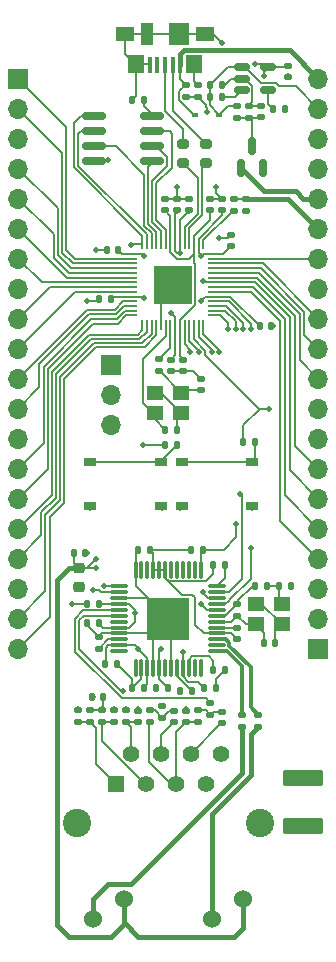
<source format=gbr>
%TF.GenerationSoftware,KiCad,Pcbnew,6.0.2+dfsg-1*%
%TF.CreationDate,2022-12-03T09:23:02-05:00*%
%TF.ProjectId,wiz5500-clone-4layer,77697a35-3530-4302-9d63-6c6f6e652d34,rev?*%
%TF.SameCoordinates,Original*%
%TF.FileFunction,Copper,L1,Top*%
%TF.FilePolarity,Positive*%
%FSLAX46Y46*%
G04 Gerber Fmt 4.6, Leading zero omitted, Abs format (unit mm)*
G04 Created by KiCad (PCBNEW 6.0.2+dfsg-1) date 2022-12-03 09:23:02*
%MOMM*%
%LPD*%
G01*
G04 APERTURE LIST*
G04 Aperture macros list*
%AMRoundRect*
0 Rectangle with rounded corners*
0 $1 Rounding radius*
0 $2 $3 $4 $5 $6 $7 $8 $9 X,Y pos of 4 corners*
0 Add a 4 corners polygon primitive as box body*
4,1,4,$2,$3,$4,$5,$6,$7,$8,$9,$2,$3,0*
0 Add four circle primitives for the rounded corners*
1,1,$1+$1,$2,$3*
1,1,$1+$1,$4,$5*
1,1,$1+$1,$6,$7*
1,1,$1+$1,$8,$9*
0 Add four rect primitives between the rounded corners*
20,1,$1+$1,$2,$3,$4,$5,0*
20,1,$1+$1,$4,$5,$6,$7,0*
20,1,$1+$1,$6,$7,$8,$9,0*
20,1,$1+$1,$8,$9,$2,$3,0*%
G04 Aperture macros list end*
%TA.AperFunction,SMDPad,CuDef*%
%ADD10RoundRect,0.150000X-0.825000X-0.150000X0.825000X-0.150000X0.825000X0.150000X-0.825000X0.150000X0*%
%TD*%
%TA.AperFunction,SMDPad,CuDef*%
%ADD11R,1.000000X0.750000*%
%TD*%
%TA.AperFunction,SMDPad,CuDef*%
%ADD12RoundRect,0.140000X0.170000X-0.140000X0.170000X0.140000X-0.170000X0.140000X-0.170000X-0.140000X0*%
%TD*%
%TA.AperFunction,SMDPad,CuDef*%
%ADD13RoundRect,0.140000X-0.170000X0.140000X-0.170000X-0.140000X0.170000X-0.140000X0.170000X0.140000X0*%
%TD*%
%TA.AperFunction,SMDPad,CuDef*%
%ADD14RoundRect,0.135000X-0.185000X0.135000X-0.185000X-0.135000X0.185000X-0.135000X0.185000X0.135000X0*%
%TD*%
%TA.AperFunction,SMDPad,CuDef*%
%ADD15RoundRect,0.135000X-0.135000X-0.185000X0.135000X-0.185000X0.135000X0.185000X-0.135000X0.185000X0*%
%TD*%
%TA.AperFunction,SMDPad,CuDef*%
%ADD16RoundRect,0.140000X-0.140000X-0.170000X0.140000X-0.170000X0.140000X0.170000X-0.140000X0.170000X0*%
%TD*%
%TA.AperFunction,SMDPad,CuDef*%
%ADD17RoundRect,0.140000X0.140000X0.170000X-0.140000X0.170000X-0.140000X-0.170000X0.140000X-0.170000X0*%
%TD*%
%TA.AperFunction,ComponentPad*%
%ADD18R,1.700000X1.700000*%
%TD*%
%TA.AperFunction,ComponentPad*%
%ADD19O,1.700000X1.700000*%
%TD*%
%TA.AperFunction,SMDPad,CuDef*%
%ADD20RoundRect,0.200000X0.275000X-0.200000X0.275000X0.200000X-0.275000X0.200000X-0.275000X-0.200000X0*%
%TD*%
%TA.AperFunction,SMDPad,CuDef*%
%ADD21RoundRect,0.135000X0.185000X-0.135000X0.185000X0.135000X-0.185000X0.135000X-0.185000X-0.135000X0*%
%TD*%
%TA.AperFunction,SMDPad,CuDef*%
%ADD22RoundRect,0.135000X0.135000X0.185000X-0.135000X0.185000X-0.135000X-0.185000X0.135000X-0.185000X0*%
%TD*%
%TA.AperFunction,SMDPad,CuDef*%
%ADD23R,0.600000X0.450000*%
%TD*%
%TA.AperFunction,SMDPad,CuDef*%
%ADD24R,0.450000X1.380000*%
%TD*%
%TA.AperFunction,SMDPad,CuDef*%
%ADD25R,1.425000X1.550000*%
%TD*%
%TA.AperFunction,SMDPad,CuDef*%
%ADD26R,1.650000X1.300000*%
%TD*%
%TA.AperFunction,SMDPad,CuDef*%
%ADD27R,1.800000X1.900000*%
%TD*%
%TA.AperFunction,SMDPad,CuDef*%
%ADD28R,1.000000X1.900000*%
%TD*%
%TA.AperFunction,SMDPad,CuDef*%
%ADD29RoundRect,0.249999X1.450001X-0.450001X1.450001X0.450001X-1.450001X0.450001X-1.450001X-0.450001X0*%
%TD*%
%TA.AperFunction,SMDPad,CuDef*%
%ADD30R,1.400000X1.200000*%
%TD*%
%TA.AperFunction,ComponentPad*%
%ADD31R,1.408000X1.408000*%
%TD*%
%TA.AperFunction,ComponentPad*%
%ADD32C,1.408000*%
%TD*%
%TA.AperFunction,ComponentPad*%
%ADD33C,1.530000*%
%TD*%
%TA.AperFunction,ComponentPad*%
%ADD34C,2.400000*%
%TD*%
%TA.AperFunction,SMDPad,CuDef*%
%ADD35RoundRect,0.150000X-0.512500X-0.150000X0.512500X-0.150000X0.512500X0.150000X-0.512500X0.150000X0*%
%TD*%
%TA.AperFunction,SMDPad,CuDef*%
%ADD36RoundRect,0.075000X-0.662500X-0.075000X0.662500X-0.075000X0.662500X0.075000X-0.662500X0.075000X0*%
%TD*%
%TA.AperFunction,SMDPad,CuDef*%
%ADD37RoundRect,0.075000X-0.075000X-0.662500X0.075000X-0.662500X0.075000X0.662500X-0.075000X0.662500X0*%
%TD*%
%TA.AperFunction,SMDPad,CuDef*%
%ADD38R,3.600000X3.600000*%
%TD*%
%TA.AperFunction,SMDPad,CuDef*%
%ADD39RoundRect,0.050000X-0.387500X-0.050000X0.387500X-0.050000X0.387500X0.050000X-0.387500X0.050000X0*%
%TD*%
%TA.AperFunction,SMDPad,CuDef*%
%ADD40RoundRect,0.050000X-0.050000X-0.387500X0.050000X-0.387500X0.050000X0.387500X-0.050000X0.387500X0*%
%TD*%
%TA.AperFunction,SMDPad,CuDef*%
%ADD41R,3.200000X3.200000*%
%TD*%
%TA.AperFunction,SMDPad,CuDef*%
%ADD42RoundRect,0.218750X-0.256250X0.218750X-0.256250X-0.218750X0.256250X-0.218750X0.256250X0.218750X0*%
%TD*%
%TA.AperFunction,SMDPad,CuDef*%
%ADD43RoundRect,0.150000X0.150000X-0.587500X0.150000X0.587500X-0.150000X0.587500X-0.150000X-0.587500X0*%
%TD*%
%TA.AperFunction,ViaPad*%
%ADD44C,0.500000*%
%TD*%
%TA.AperFunction,Conductor*%
%ADD45C,0.200000*%
%TD*%
%TA.AperFunction,Conductor*%
%ADD46C,0.400000*%
%TD*%
%TA.AperFunction,Conductor*%
%ADD47C,0.300000*%
%TD*%
G04 APERTURE END LIST*
D10*
%TO.P,U2,1,CS#*%
%TO.N,QSPI_SS_N*%
X36895000Y-76835000D03*
%TO.P,U2,2,SO*%
%TO.N,QSPI_SD1*%
X36895000Y-78105000D03*
%TO.P,U2,3,WP#*%
%TO.N,QSPI_SD2*%
X36895000Y-79375000D03*
%TO.P,U2,4,GND*%
%TO.N,GND*%
X36895000Y-80645000D03*
%TO.P,U2,5,SI*%
%TO.N,QSPI_SD0*%
X41845000Y-80645000D03*
%TO.P,U2,6,SCLK*%
%TO.N,QSPI_SCLK*%
X41845000Y-79375000D03*
%TO.P,U2,7,HOLD#*%
%TO.N,QSPI_SD3*%
X41845000Y-78105000D03*
%TO.P,U2,8,VCC*%
%TO.N,+3V3*%
X41845000Y-76835000D03*
%TD*%
D11*
%TO.P,SW1,1,1*%
%TO.N,Net-(R6-Pad2)*%
X36580500Y-106075000D03*
X42580500Y-106075000D03*
%TO.P,SW1,2,2*%
%TO.N,GND*%
X36580500Y-109825000D03*
X42580500Y-109825000D03*
%TD*%
D12*
%TO.P,C5,1*%
%TO.N,+3V3*%
X43942000Y-84808000D03*
%TO.P,C5,2*%
%TO.N,GND*%
X43942000Y-83848000D03*
%TD*%
%TO.P,C17,1*%
%TO.N,+3V3*%
X49022000Y-121130000D03*
%TO.P,C17,2*%
%TO.N,GND*%
X49022000Y-120170000D03*
%TD*%
D13*
%TO.P,C2,1*%
%TO.N,+1V1*%
X44450000Y-97437000D03*
%TO.P,C2,2*%
%TO.N,GND*%
X44450000Y-98397000D03*
%TD*%
D14*
%TO.P,R4,1*%
%TO.N,XOUT*%
X42418000Y-97407000D03*
%TO.P,R4,2*%
%TO.N,Net-(C27-Pad1)*%
X42418000Y-98427000D03*
%TD*%
D15*
%TO.P,R7,1*%
%TO.N,RUN*%
X49528000Y-104394000D03*
%TO.P,R7,2*%
%TO.N,Net-(R7-Pad2)*%
X50548000Y-104394000D03*
%TD*%
D11*
%TO.P,SW2,1,1*%
%TO.N,Net-(R7-Pad2)*%
X44327500Y-106075000D03*
X50327500Y-106075000D03*
%TO.P,SW2,2,2*%
%TO.N,GND*%
X44327500Y-109825000D03*
X50327500Y-109825000D03*
%TD*%
D15*
%TO.P,R1,1*%
%TO.N,VSYS*%
X46734000Y-75184000D03*
%TO.P,R1,2*%
%TO.N,3V3_EN*%
X47754000Y-75184000D03*
%TD*%
D12*
%TO.P,C11,1*%
%TO.N,+3V3*%
X48514000Y-87856000D03*
%TO.P,C11,2*%
%TO.N,GND*%
X48514000Y-86896000D03*
%TD*%
D16*
%TO.P,C35,1*%
%TO.N,Net-(C35-Pad1)*%
X47018000Y-123698000D03*
%TO.P,C35,2*%
%TO.N,GND*%
X47978000Y-123698000D03*
%TD*%
%TO.P,C12,1*%
%TO.N,VSYS*%
X46764000Y-74168000D03*
%TO.P,C12,2*%
%TO.N,GND*%
X47724000Y-74168000D03*
%TD*%
D12*
%TO.P,C4,1*%
%TO.N,+3V3*%
X47752000Y-84808000D03*
%TO.P,C4,2*%
%TO.N,GND*%
X47752000Y-83848000D03*
%TD*%
D17*
%TO.P,C8,1*%
%TO.N,+3V3*%
X38326000Y-92329000D03*
%TO.P,C8,2*%
%TO.N,GND*%
X37366000Y-92329000D03*
%TD*%
%TO.P,C19,1*%
%TO.N,+3.3VA*%
X37310000Y-118110000D03*
%TO.P,C19,2*%
%TO.N,GND*%
X36350000Y-118110000D03*
%TD*%
D18*
%TO.P,J2,1,Pin_1*%
%TO.N,GPIO0*%
X30480000Y-73660000D03*
D19*
%TO.P,J2,2,Pin_2*%
%TO.N,GPIO1*%
X30480000Y-76200000D03*
%TO.P,J2,3,Pin_3*%
%TO.N,GND*%
X30480000Y-78740000D03*
%TO.P,J2,4,Pin_4*%
%TO.N,GPIO2*%
X30480000Y-81280000D03*
%TO.P,J2,5,Pin_5*%
%TO.N,GPIO3*%
X30480000Y-83820000D03*
%TO.P,J2,6,Pin_6*%
%TO.N,GPIO4*%
X30480000Y-86360000D03*
%TO.P,J2,7,Pin_7*%
%TO.N,GPIO5*%
X30480000Y-88900000D03*
%TO.P,J2,8,Pin_8*%
%TO.N,GND*%
X30480000Y-91440000D03*
%TO.P,J2,9,Pin_9*%
%TO.N,GPIO6*%
X30480000Y-93980000D03*
%TO.P,J2,10,Pin_10*%
%TO.N,GPIO7*%
X30480000Y-96520000D03*
%TO.P,J2,11,Pin_11*%
%TO.N,GPIO8*%
X30480000Y-99060000D03*
%TO.P,J2,12,Pin_12*%
%TO.N,GPIO9*%
X30480000Y-101600000D03*
%TO.P,J2,13,Pin_13*%
%TO.N,GND*%
X30480000Y-104140000D03*
%TO.P,J2,14,Pin_14*%
%TO.N,GPIO10*%
X30480000Y-106680000D03*
%TO.P,J2,15,Pin_15*%
%TO.N,GPIO11*%
X30480000Y-109220000D03*
%TO.P,J2,16,Pin_16*%
%TO.N,GPIO12*%
X30480000Y-111760000D03*
%TO.P,J2,17,Pin_17*%
%TO.N,GPIO13*%
X30480000Y-114300000D03*
%TO.P,J2,18,Pin_18*%
%TO.N,GND*%
X30480000Y-116840000D03*
%TO.P,J2,19,Pin_19*%
%TO.N,GPIO14*%
X30480000Y-119380000D03*
%TO.P,J2,20,Pin_20*%
%TO.N,GPIO15*%
X30480000Y-121920000D03*
%TD*%
D20*
%TO.P,R12,1*%
%TO.N,/RUSB_D_N*%
X46355000Y-80835000D03*
%TO.P,R12,2*%
%TO.N,USB_D_N*%
X46355000Y-79185000D03*
%TD*%
D21*
%TO.P,R14,1*%
%TO.N,Net-(P2-Pad3)*%
X37592000Y-128145000D03*
%TO.P,R14,2*%
%TO.N,+3.3VA*%
X37592000Y-127125000D03*
%TD*%
D12*
%TO.P,C1,1*%
%TO.N,+1V1*%
X46736000Y-84808000D03*
%TO.P,C1,2*%
%TO.N,GND*%
X46736000Y-83848000D03*
%TD*%
D16*
%TO.P,C37,1*%
%TO.N,Net-(C37-Pad1)*%
X52606000Y-116586000D03*
%TO.P,C37,2*%
%TO.N,GND*%
X53566000Y-116586000D03*
%TD*%
D22*
%TO.P,R28,1*%
%TO.N,Net-(C37-Pad1)*%
X51564000Y-116586000D03*
%TO.P,R28,2*%
%TO.N,XO*%
X50544000Y-116586000D03*
%TD*%
D21*
%TO.P,R22,1*%
%TO.N,Net-(C31-Pad2)*%
X42672000Y-127764000D03*
%TO.P,R22,2*%
%TO.N,Net-(R22-Pad2)*%
X42672000Y-126744000D03*
%TD*%
%TO.P,R16,1*%
%TO.N,Net-(P2-Pad1)*%
X36576000Y-128145000D03*
%TO.P,R16,2*%
%TO.N,+3.3VA*%
X36576000Y-127125000D03*
%TD*%
D23*
%TO.P,D1,1,K*%
%TO.N,VSYS*%
X47532000Y-76708000D03*
%TO.P,D1,2,A*%
%TO.N,VBUS*%
X45432000Y-76708000D03*
%TD*%
D24*
%TO.P,P1,1,VBUS*%
%TO.N,VBUS*%
X44226000Y-72510000D03*
%TO.P,P1,2,D-*%
%TO.N,USB_D_N*%
X43576000Y-72510000D03*
%TO.P,P1,3,D+*%
%TO.N,USB_D_P*%
X42926000Y-72510000D03*
%TO.P,P1,4,ID*%
%TO.N,unconnected-(P1-Pad4)*%
X42276000Y-72510000D03*
%TO.P,P1,5,GND*%
%TO.N,GND*%
X41626000Y-72510000D03*
D25*
%TO.P,P1,S1,SHIELD*%
X45413500Y-72425000D03*
%TO.P,P1,S2,SHIELD*%
X40438500Y-72425000D03*
D26*
%TO.P,P1,S3,SHIELD*%
X46301000Y-69850000D03*
D27*
%TO.P,P1,S4,SHIELD*%
X44076000Y-69850000D03*
D28*
%TO.P,P1,S5,SHIELD*%
X41376000Y-69850000D03*
D26*
%TO.P,P1,S6,SHIELD*%
X39551000Y-69850000D03*
%TD*%
D14*
%TO.P,R8,1*%
%TO.N,GND*%
X50038000Y-75944000D03*
%TO.P,R8,2*%
%TO.N,Net-(C28-Pad1)*%
X50038000Y-76964000D03*
%TD*%
D12*
%TO.P,C3,1*%
%TO.N,+1V1*%
X42926000Y-84808000D03*
%TO.P,C3,2*%
%TO.N,GND*%
X42926000Y-83848000D03*
%TD*%
%TO.P,C31,1*%
%TO.N,Net-(C31-Pad1)*%
X43688000Y-128115000D03*
%TO.P,C31,2*%
%TO.N,Net-(C31-Pad2)*%
X43688000Y-127155000D03*
%TD*%
%TO.P,C6,1*%
%TO.N,+3V3*%
X44958000Y-84808000D03*
%TO.P,C6,2*%
%TO.N,GND*%
X44958000Y-83848000D03*
%TD*%
D17*
%TO.P,C23,1*%
%TO.N,+3.3VA*%
X43152000Y-125222000D03*
%TO.P,C23,2*%
%TO.N,GND*%
X42192000Y-125222000D03*
%TD*%
D29*
%TO.P,C29,1*%
%TO.N,GNDPWR*%
X54610000Y-136924000D03*
%TO.P,C29,2*%
%TO.N,GND*%
X54610000Y-132824000D03*
%TD*%
D21*
%TO.P,R17,1*%
%TO.N,Net-(P2-Pad3)*%
X38608000Y-128145000D03*
%TO.P,R17,2*%
%TO.N,Net-(R17-Pad2)*%
X38608000Y-127125000D03*
%TD*%
D30*
%TO.P,Y1,1,1*%
%TO.N,XIN*%
X42080000Y-101942000D03*
%TO.P,Y1,2,2*%
%TO.N,GND*%
X44280000Y-101942000D03*
%TO.P,Y1,3,3*%
%TO.N,Net-(C27-Pad1)*%
X44280000Y-100242000D03*
%TO.P,Y1,4,4*%
%TO.N,GND*%
X42080000Y-100242000D03*
%TD*%
D12*
%TO.P,C32,1*%
%TO.N,Net-(C32-Pad1)*%
X47752000Y-128242000D03*
%TO.P,C32,2*%
%TO.N,Net-(C32-Pad2)*%
X47752000Y-127282000D03*
%TD*%
D18*
%TO.P,J1,1,Pin_1*%
%TO.N,SWCLK*%
X38354000Y-97917000D03*
D19*
%TO.P,J1,2,Pin_2*%
%TO.N,GND*%
X38354000Y-100457000D03*
%TO.P,J1,3,Pin_3*%
%TO.N,SWDIO*%
X38354000Y-102997000D03*
%TD*%
D15*
%TO.P,R11,1*%
%TO.N,+3V3*%
X45083000Y-113538000D03*
%TO.P,R11,2*%
%TO.N,GPIO20*%
X46103000Y-113538000D03*
%TD*%
D31*
%TO.P,P2,1*%
%TO.N,Net-(P2-Pad1)*%
X38735000Y-133350000D03*
D32*
%TO.P,P2,2*%
%TO.N,Net-(C30-Pad1)*%
X40005000Y-130810000D03*
%TO.P,P2,3*%
%TO.N,Net-(P2-Pad3)*%
X41275000Y-133350000D03*
%TO.P,P2,4*%
%TO.N,Net-(C31-Pad1)*%
X42545000Y-130810000D03*
%TO.P,P2,5*%
%TO.N,Net-(C33-Pad1)*%
X43815000Y-133350000D03*
%TO.P,P2,6*%
%TO.N,Net-(C32-Pad1)*%
X45085000Y-130810000D03*
%TO.P,P2,7*%
%TO.N,unconnected-(P2-Pad7)*%
X46355000Y-133350000D03*
%TO.P,P2,8*%
%TO.N,GND*%
X47625000Y-130810000D03*
D33*
%TO.P,P2,9*%
%TO.N,Net-(P2-Pad9)*%
X36855000Y-144780000D03*
%TO.P,P2,10*%
%TO.N,+3V3*%
X39422000Y-143080000D03*
%TO.P,P2,11*%
%TO.N,Net-(P2-Pad11)*%
X46938000Y-144780000D03*
%TO.P,P2,12*%
%TO.N,+3V3*%
X49505000Y-143080000D03*
D34*
%TO.P,P2,SH*%
%TO.N,GNDPWR*%
X50930000Y-136650000D03*
X35430000Y-136650000D03*
%TD*%
D17*
%TO.P,C18,1*%
%TO.N,+3.3VA*%
X37691000Y-125984000D03*
%TO.P,C18,2*%
%TO.N,GND*%
X36731000Y-125984000D03*
%TD*%
D14*
%TO.P,R25,1*%
%TO.N,LINKn*%
X49403000Y-127506000D03*
%TO.P,R25,2*%
%TO.N,Net-(P2-Pad9)*%
X49403000Y-128526000D03*
%TD*%
D21*
%TO.P,R27,1*%
%TO.N,XI*%
X49022000Y-119128000D03*
%TO.P,R27,2*%
%TO.N,XO*%
X49022000Y-118108000D03*
%TD*%
D13*
%TO.P,C9,1*%
%TO.N,+3V3*%
X43434000Y-97437000D03*
%TO.P,C9,2*%
%TO.N,GND*%
X43434000Y-98397000D03*
%TD*%
D17*
%TO.P,C7,1*%
%TO.N,+3V3*%
X38961000Y-88138000D03*
%TO.P,C7,2*%
%TO.N,GND*%
X38001000Y-88138000D03*
%TD*%
D35*
%TO.P,U1,1,IN*%
%TO.N,VSYS*%
X49408500Y-72710000D03*
%TO.P,U1,2,GND*%
%TO.N,GND*%
X49408500Y-73660000D03*
%TO.P,U1,3,EN*%
%TO.N,3V3_EN*%
X49408500Y-74610000D03*
%TO.P,U1,4,BYP*%
%TO.N,Net-(C14-Pad1)*%
X51683500Y-74610000D03*
%TO.P,U1,5,OUT*%
%TO.N,+3V3*%
X51683500Y-72710000D03*
%TD*%
D13*
%TO.P,C13,1*%
%TO.N,+3V3*%
X53340000Y-72545000D03*
%TO.P,C13,2*%
%TO.N,GND*%
X53340000Y-73505000D03*
%TD*%
D12*
%TO.P,C27,1*%
%TO.N,Net-(C27-Pad1)*%
X45974000Y-100048000D03*
%TO.P,C27,2*%
%TO.N,GND*%
X45974000Y-99088000D03*
%TD*%
D16*
%TO.P,C15,1*%
%TO.N,+3V3*%
X35207000Y-113792000D03*
%TO.P,C15,2*%
%TO.N,GND*%
X36167000Y-113792000D03*
%TD*%
D21*
%TO.P,R20,1*%
%TO.N,Net-(P2-Pad1)*%
X35560000Y-128145000D03*
%TO.P,R20,2*%
%TO.N,Net-(R20-Pad2)*%
X35560000Y-127125000D03*
%TD*%
D15*
%TO.P,R18,1*%
%TO.N,+3V3*%
X46988000Y-114808000D03*
%TO.P,R18,2*%
%TO.N,GPIO21*%
X48008000Y-114808000D03*
%TD*%
D30*
%TO.P,Y2,1,1*%
%TO.N,XI*%
X50589000Y-119849000D03*
%TO.P,Y2,2,2*%
%TO.N,GND*%
X52789000Y-119849000D03*
%TO.P,Y2,3,3*%
%TO.N,Net-(C37-Pad1)*%
X52789000Y-118149000D03*
%TO.P,Y2,4,4*%
%TO.N,GND*%
X50589000Y-118149000D03*
%TD*%
D17*
%TO.P,C20,1*%
%TO.N,+3.3VA*%
X37310000Y-119761000D03*
%TO.P,C20,2*%
%TO.N,GND*%
X36350000Y-119761000D03*
%TD*%
D20*
%TO.P,R9,1*%
%TO.N,/RUSB_D_P*%
X44450000Y-80835000D03*
%TO.P,R9,2*%
%TO.N,USB_D_P*%
X44450000Y-79185000D03*
%TD*%
D18*
%TO.P,J3,1,Pin_1*%
%TO.N,GND*%
X55880000Y-121920000D03*
D19*
%TO.P,J3,2,Pin_2*%
X55880000Y-119380000D03*
%TO.P,J3,3,Pin_3*%
X55880000Y-116840000D03*
%TO.P,J3,4,Pin_4*%
%TO.N,GPIO22*%
X55880000Y-114300000D03*
%TO.P,J3,5,Pin_5*%
%TO.N,GPIO23*%
X55880000Y-111760000D03*
%TO.P,J3,6,Pin_6*%
%TO.N,GPIO24*%
X55880000Y-109220000D03*
%TO.P,J3,7,Pin_7*%
%TO.N,GPIO25*%
X55880000Y-106680000D03*
%TO.P,J3,8,Pin_8*%
%TO.N,GND*%
X55880000Y-104140000D03*
%TO.P,J3,9,Pin_9*%
%TO.N,RUN*%
X55880000Y-101600000D03*
%TO.P,J3,10,Pin_10*%
%TO.N,GPIO26{slash}ADC0*%
X55880000Y-99060000D03*
%TO.P,J3,11,Pin_11*%
%TO.N,GPIO27{slash}ADC1*%
X55880000Y-96520000D03*
%TO.P,J3,12,Pin_12*%
%TO.N,GPIO28{slash}ADC2*%
X55880000Y-93980000D03*
%TO.P,J3,13,Pin_13*%
%TO.N,GND*%
X55880000Y-91440000D03*
%TO.P,J3,14,Pin_14*%
%TO.N,GPIO29{slash}ADC3*%
X55880000Y-88900000D03*
%TO.P,J3,15,Pin_15*%
%TO.N,ADC_VREF*%
X55880000Y-86360000D03*
%TO.P,J3,16,Pin_16*%
%TO.N,+3V3*%
X55880000Y-83820000D03*
%TO.P,J3,17,Pin_17*%
%TO.N,3V3_EN*%
X55880000Y-81280000D03*
%TO.P,J3,18,Pin_18*%
%TO.N,GND*%
X55880000Y-78740000D03*
%TO.P,J3,19,Pin_19*%
%TO.N,VSYS*%
X55880000Y-76200000D03*
%TO.P,J3,20,Pin_20*%
%TO.N,VBUS*%
X55880000Y-73660000D03*
%TD*%
D36*
%TO.P,U3,1,TXN*%
%TO.N,Net-(R17-Pad2)*%
X39017500Y-116630000D03*
%TO.P,U3,2,TXP*%
%TO.N,Net-(R20-Pad2)*%
X39017500Y-117130000D03*
%TO.P,U3,3,AGND*%
%TO.N,GND*%
X39017500Y-117630000D03*
%TO.P,U3,4,AVDD*%
%TO.N,+3.3VA*%
X39017500Y-118130000D03*
%TO.P,U3,5,RXN*%
%TO.N,Net-(R21-Pad2)*%
X39017500Y-118630000D03*
%TO.P,U3,6,RXP*%
%TO.N,Net-(R22-Pad2)*%
X39017500Y-119130000D03*
%TO.P,U3,7,DNC*%
%TO.N,unconnected-(U3-Pad7)*%
X39017500Y-119630000D03*
%TO.P,U3,8,AVDD*%
%TO.N,+3.3VA*%
X39017500Y-120130000D03*
%TO.P,U3,9,AGND*%
%TO.N,GND*%
X39017500Y-120630000D03*
%TO.P,U3,10,EXRES1*%
%TO.N,Net-(R26-Pad2)*%
X39017500Y-121130000D03*
%TO.P,U3,11,AVDD*%
%TO.N,+3.3VA*%
X39017500Y-121630000D03*
%TO.P,U3,12,NC*%
%TO.N,unconnected-(U3-Pad12)*%
X39017500Y-122130000D03*
D37*
%TO.P,U3,13,NC*%
%TO.N,unconnected-(U3-Pad13)*%
X40430000Y-123542500D03*
%TO.P,U3,14,AGND*%
%TO.N,GND*%
X40930000Y-123542500D03*
%TO.P,U3,15,AVDD*%
%TO.N,+3.3VA*%
X41430000Y-123542500D03*
%TO.P,U3,16,AGND*%
%TO.N,GND*%
X41930000Y-123542500D03*
%TO.P,U3,17,AVDD*%
%TO.N,+3.3VA*%
X42430000Y-123542500D03*
%TO.P,U3,18,VBG*%
%TO.N,unconnected-(U3-Pad18)*%
X42930000Y-123542500D03*
%TO.P,U3,19,AGND*%
%TO.N,GND*%
X43430000Y-123542500D03*
%TO.P,U3,20,TOCAP*%
%TO.N,Net-(C34-Pad1)*%
X43930000Y-123542500D03*
%TO.P,U3,21,AVDD*%
%TO.N,+3.3VA*%
X44430000Y-123542500D03*
%TO.P,U3,22,1V2O*%
%TO.N,Net-(C35-Pad1)*%
X44930000Y-123542500D03*
%TO.P,U3,23,RSVD*%
%TO.N,unconnected-(U3-Pad23)*%
X45430000Y-123542500D03*
%TO.P,U3,24,SPDLED*%
%TO.N,unconnected-(U3-Pad24)*%
X45930000Y-123542500D03*
D36*
%TO.P,U3,25,LINKLED*%
%TO.N,LINKn*%
X47342500Y-122130000D03*
%TO.P,U3,26,DUPLED*%
%TO.N,unconnected-(U3-Pad26)*%
X47342500Y-121630000D03*
%TO.P,U3,27,ACTLED*%
%TO.N,ACTn*%
X47342500Y-121130000D03*
%TO.P,U3,28,VDD*%
%TO.N,+3V3*%
X47342500Y-120630000D03*
%TO.P,U3,29,GND*%
%TO.N,GND*%
X47342500Y-120130000D03*
%TO.P,U3,30,XI/CLKIN*%
%TO.N,XI*%
X47342500Y-119630000D03*
%TO.P,U3,31,XO*%
%TO.N,XO*%
X47342500Y-119130000D03*
%TO.P,U3,32,SCSn*%
%TO.N,GPIO17*%
X47342500Y-118630000D03*
%TO.P,U3,33,SCLK*%
%TO.N,GPIO18*%
X47342500Y-118130000D03*
%TO.P,U3,34,MISO*%
%TO.N,GPIO16*%
X47342500Y-117630000D03*
%TO.P,U3,35,MOSI*%
%TO.N,GPIO19*%
X47342500Y-117130000D03*
%TO.P,U3,36,INTn*%
%TO.N,GPIO21*%
X47342500Y-116630000D03*
D37*
%TO.P,U3,37,RSTn*%
%TO.N,GPIO20*%
X45930000Y-115217500D03*
%TO.P,U3,38,RSVD*%
%TO.N,unconnected-(U3-Pad38)*%
X45430000Y-115217500D03*
%TO.P,U3,39,RSVD*%
%TO.N,unconnected-(U3-Pad39)*%
X44930000Y-115217500D03*
%TO.P,U3,40,RSVD*%
%TO.N,unconnected-(U3-Pad40)*%
X44430000Y-115217500D03*
%TO.P,U3,41,RSVD*%
%TO.N,unconnected-(U3-Pad41)*%
X43930000Y-115217500D03*
%TO.P,U3,42,RSVD*%
%TO.N,unconnected-(U3-Pad42)*%
X43430000Y-115217500D03*
%TO.P,U3,43,PMODE2*%
%TO.N,+3V3*%
X42930000Y-115217500D03*
%TO.P,U3,44,PMODE1*%
X42430000Y-115217500D03*
%TO.P,U3,45,PMODE0*%
X41930000Y-115217500D03*
%TO.P,U3,46,NC*%
%TO.N,unconnected-(U3-Pad46)*%
X41430000Y-115217500D03*
%TO.P,U3,47,NC*%
%TO.N,unconnected-(U3-Pad47)*%
X40930000Y-115217500D03*
%TO.P,U3,48,AGND*%
%TO.N,GND*%
X40430000Y-115217500D03*
D38*
%TO.P,U3,49,GND*%
X43180000Y-119380000D03*
%TD*%
D15*
%TO.P,R6,1*%
%TO.N,QSPI_SS_N*%
X42924000Y-104648000D03*
%TO.P,R6,2*%
%TO.N,Net-(R6-Pad2)*%
X43944000Y-104648000D03*
%TD*%
D14*
%TO.P,R2,1*%
%TO.N,VBUS*%
X44704000Y-74166000D03*
%TO.P,R2,2*%
%TO.N,GPIO24*%
X44704000Y-75186000D03*
%TD*%
D12*
%TO.P,C28,1*%
%TO.N,Net-(C28-Pad1)*%
X51054000Y-76934000D03*
%TO.P,C28,2*%
%TO.N,GND*%
X51054000Y-75974000D03*
%TD*%
D17*
%TO.P,C34,1*%
%TO.N,Net-(C34-Pad1)*%
X45184000Y-125476000D03*
%TO.P,C34,2*%
%TO.N,GND*%
X44224000Y-125476000D03*
%TD*%
D21*
%TO.P,R21,1*%
%TO.N,Net-(C32-Pad2)*%
X46736000Y-127510000D03*
%TO.P,R21,2*%
%TO.N,Net-(R21-Pad2)*%
X46736000Y-126490000D03*
%TD*%
%TO.P,R10,1*%
%TO.N,Net-(C30-Pad1)*%
X39624000Y-128145000D03*
%TO.P,R10,2*%
%TO.N,+3.3VA*%
X39624000Y-127125000D03*
%TD*%
%TO.P,R15,1*%
%TO.N,Net-(R15-Pad1)*%
X48768000Y-84838000D03*
%TO.P,R15,2*%
%TO.N,ADC_VREF*%
X48768000Y-83818000D03*
%TD*%
D16*
%TO.P,C14,1*%
%TO.N,Net-(C14-Pad1)*%
X52098000Y-76200000D03*
%TO.P,C14,2*%
%TO.N,GND*%
X53058000Y-76200000D03*
%TD*%
D14*
%TO.P,R26,1*%
%TO.N,GND*%
X37338000Y-120902000D03*
%TO.P,R26,2*%
%TO.N,Net-(R26-Pad2)*%
X37338000Y-121922000D03*
%TD*%
%TO.P,R13,1*%
%TO.N,ADC_VREF*%
X49784000Y-83818000D03*
%TO.P,R13,2*%
%TO.N,+3V3*%
X49784000Y-84838000D03*
%TD*%
D21*
%TO.P,R3,1*%
%TO.N,GPIO24*%
X45720000Y-75186000D03*
%TO.P,R3,2*%
%TO.N,GND*%
X45720000Y-74166000D03*
%TD*%
D17*
%TO.P,C25,1*%
%TO.N,+3V3*%
X41120000Y-75438000D03*
%TO.P,C25,2*%
%TO.N,GND*%
X40160000Y-75438000D03*
%TD*%
D39*
%TO.P,U4,1,IOVDD*%
%TO.N,+3V3*%
X40142500Y-88500000D03*
%TO.P,U4,2,GPIO0*%
%TO.N,GPIO0*%
X40142500Y-88900000D03*
%TO.P,U4,3,GPIO1*%
%TO.N,GPIO1*%
X40142500Y-89300000D03*
%TO.P,U4,4,GPIO2*%
%TO.N,GPIO2*%
X40142500Y-89700000D03*
%TO.P,U4,5,GPIO3*%
%TO.N,GPIO3*%
X40142500Y-90100000D03*
%TO.P,U4,6,GPIO4*%
%TO.N,GPIO4*%
X40142500Y-90500000D03*
%TO.P,U4,7,GPIO5*%
%TO.N,GPIO5*%
X40142500Y-90900000D03*
%TO.P,U4,8,GPIO6*%
%TO.N,GPIO6*%
X40142500Y-91300000D03*
%TO.P,U4,9,GPIO7*%
%TO.N,GPIO7*%
X40142500Y-91700000D03*
%TO.P,U4,10,IOVDD*%
%TO.N,+3V3*%
X40142500Y-92100000D03*
%TO.P,U4,11,GPIO8*%
%TO.N,GPIO8*%
X40142500Y-92500000D03*
%TO.P,U4,12,GPIO9*%
%TO.N,GPIO9*%
X40142500Y-92900000D03*
%TO.P,U4,13,GPIO10*%
%TO.N,GPIO10*%
X40142500Y-93300000D03*
%TO.P,U4,14,GPIO11*%
%TO.N,GPIO11*%
X40142500Y-93700000D03*
D40*
%TO.P,U4,15,GPIO12*%
%TO.N,GPIO12*%
X40980000Y-94537500D03*
%TO.P,U4,16,GPIO13*%
%TO.N,GPIO13*%
X41380000Y-94537500D03*
%TO.P,U4,17,GPIO14*%
%TO.N,GPIO14*%
X41780000Y-94537500D03*
%TO.P,U4,18,GPIO15*%
%TO.N,GPIO15*%
X42180000Y-94537500D03*
%TO.P,U4,19,TESTEN*%
%TO.N,GND*%
X42580000Y-94537500D03*
%TO.P,U4,20,XIN*%
%TO.N,XIN*%
X42980000Y-94537500D03*
%TO.P,U4,21,XOUT*%
%TO.N,XOUT*%
X43380000Y-94537500D03*
%TO.P,U4,22,IOVDD*%
%TO.N,+3V3*%
X43780000Y-94537500D03*
%TO.P,U4,23,DVDD*%
%TO.N,+1V1*%
X44180000Y-94537500D03*
%TO.P,U4,24,SWCLK*%
%TO.N,SWCLK*%
X44580000Y-94537500D03*
%TO.P,U4,25,SWDIO*%
%TO.N,SWDIO*%
X44980000Y-94537500D03*
%TO.P,U4,26,RUN*%
%TO.N,RUN*%
X45380000Y-94537500D03*
%TO.P,U4,27,GPIO16*%
%TO.N,GPIO16*%
X45780000Y-94537500D03*
%TO.P,U4,28,GPIO17*%
%TO.N,GPIO17*%
X46180000Y-94537500D03*
D39*
%TO.P,U4,29,GPIO18*%
%TO.N,GPIO18*%
X47017500Y-93700000D03*
%TO.P,U4,30,GPIO19*%
%TO.N,GPIO19*%
X47017500Y-93300000D03*
%TO.P,U4,31,GPIO20*%
%TO.N,GPIO20*%
X47017500Y-92900000D03*
%TO.P,U4,32,GPIO21*%
%TO.N,GPIO21*%
X47017500Y-92500000D03*
%TO.P,U4,33,IOVDD*%
%TO.N,+3V3*%
X47017500Y-92100000D03*
%TO.P,U4,34,GPIO22*%
%TO.N,GPIO22*%
X47017500Y-91700000D03*
%TO.P,U4,35,GPIO23*%
%TO.N,GPIO23*%
X47017500Y-91300000D03*
%TO.P,U4,36,GPIO24*%
%TO.N,GPIO24*%
X47017500Y-90900000D03*
%TO.P,U4,37,GPIO25*%
%TO.N,GPIO25*%
X47017500Y-90500000D03*
%TO.P,U4,38,GPIO26/ADC0*%
%TO.N,GPIO26{slash}ADC0*%
X47017500Y-90100000D03*
%TO.P,U4,39,GPIO27/ADC1*%
%TO.N,GPIO27{slash}ADC1*%
X47017500Y-89700000D03*
%TO.P,U4,40,GPIO28/ADC2*%
%TO.N,GPIO28{slash}ADC2*%
X47017500Y-89300000D03*
%TO.P,U4,41,GPIO29/ADC3*%
%TO.N,GPIO29{slash}ADC3*%
X47017500Y-88900000D03*
%TO.P,U4,42,IOVDD*%
%TO.N,+3V3*%
X47017500Y-88500000D03*
D40*
%TO.P,U4,43,ADC_AVDD*%
%TO.N,Net-(R15-Pad1)*%
X46180000Y-87662500D03*
%TO.P,U4,44,VREG_VIN*%
%TO.N,+3V3*%
X45780000Y-87662500D03*
%TO.P,U4,45,VREG_VOUT*%
%TO.N,+1V1*%
X45380000Y-87662500D03*
%TO.P,U4,46,USB_DM*%
%TO.N,/RUSB_D_N*%
X44980000Y-87662500D03*
%TO.P,U4,47,USB_DP*%
%TO.N,/RUSB_D_P*%
X44580000Y-87662500D03*
%TO.P,U4,48,USB_VDD*%
%TO.N,+3V3*%
X44180000Y-87662500D03*
%TO.P,U4,49,IOVDD*%
X43780000Y-87662500D03*
%TO.P,U4,50,DVDD*%
%TO.N,+1V1*%
X43380000Y-87662500D03*
%TO.P,U4,51,QSPI_SD3*%
%TO.N,QSPI_SD3*%
X42980000Y-87662500D03*
%TO.P,U4,52,QSPI_SCLK*%
%TO.N,QSPI_SCLK*%
X42580000Y-87662500D03*
%TO.P,U4,53,QSPI_SD0*%
%TO.N,QSPI_SD0*%
X42180000Y-87662500D03*
%TO.P,U4,54,QSPI_SD2*%
%TO.N,QSPI_SD2*%
X41780000Y-87662500D03*
%TO.P,U4,55,QSPI_SD1*%
%TO.N,QSPI_SD1*%
X41380000Y-87662500D03*
%TO.P,U4,56,QSPI_SS_N*%
%TO.N,QSPI_SS_N*%
X40980000Y-87662500D03*
D41*
%TO.P,U4,57,GND*%
%TO.N,GND*%
X43580000Y-91100000D03*
%TD*%
D16*
%TO.P,C26,1*%
%TO.N,XIN*%
X42954000Y-103378000D03*
%TO.P,C26,2*%
%TO.N,GND*%
X43914000Y-103378000D03*
%TD*%
D12*
%TO.P,C30,1*%
%TO.N,Net-(C30-Pad1)*%
X40640000Y-128115000D03*
%TO.P,C30,2*%
%TO.N,GND*%
X40640000Y-127155000D03*
%TD*%
%TO.P,C33,1*%
%TO.N,Net-(C33-Pad1)*%
X44704000Y-128115000D03*
%TO.P,C33,2*%
%TO.N,GND*%
X44704000Y-127155000D03*
%TD*%
D42*
%TO.P,L1,1,1*%
%TO.N,+3V3*%
X35670348Y-115101664D03*
%TO.P,L1,2,2*%
%TO.N,+3.3VA*%
X35670348Y-116676664D03*
%TD*%
D16*
%TO.P,C10,1*%
%TO.N,+3V3*%
X50955000Y-94615000D03*
%TO.P,C10,2*%
%TO.N,GND*%
X51915000Y-94615000D03*
%TD*%
D17*
%TO.P,C22,1*%
%TO.N,+3.3VA*%
X41120000Y-125222000D03*
%TO.P,C22,2*%
%TO.N,GND*%
X40160000Y-125222000D03*
%TD*%
D43*
%TO.P,Q1,1,G*%
%TO.N,+3V3*%
X49342000Y-81201500D03*
%TO.P,Q1,2,S*%
%TO.N,GPIO29{slash}ADC3*%
X51242000Y-81201500D03*
%TO.P,Q1,3,D*%
%TO.N,Net-(C28-Pad1)*%
X50292000Y-79326500D03*
%TD*%
D21*
%TO.P,R24,1*%
%TO.N,Net-(C33-Pad1)*%
X41656000Y-128145000D03*
%TO.P,R24,2*%
%TO.N,Net-(C31-Pad2)*%
X41656000Y-127125000D03*
%TD*%
D16*
%TO.P,C24,1*%
%TO.N,+3.3VA*%
X46256000Y-125222000D03*
%TO.P,C24,2*%
%TO.N,GND*%
X47216000Y-125222000D03*
%TD*%
D14*
%TO.P,R5,1*%
%TO.N,VSYS*%
X49022000Y-75944000D03*
%TO.P,R5,2*%
%TO.N,Net-(C28-Pad1)*%
X49022000Y-76964000D03*
%TD*%
D16*
%TO.P,C21,1*%
%TO.N,+3.3VA*%
X37874000Y-123190000D03*
%TO.P,C21,2*%
%TO.N,GND*%
X38834000Y-123190000D03*
%TD*%
%TO.P,C36,1*%
%TO.N,XI*%
X51300000Y-121412000D03*
%TO.P,C36,2*%
%TO.N,GND*%
X52260000Y-121412000D03*
%TD*%
D21*
%TO.P,R23,1*%
%TO.N,Net-(C33-Pad1)*%
X45720000Y-128145000D03*
%TO.P,R23,2*%
%TO.N,Net-(C32-Pad2)*%
X45720000Y-127125000D03*
%TD*%
D14*
%TO.P,R19,1*%
%TO.N,ACTn*%
X50800000Y-127506000D03*
%TO.P,R19,2*%
%TO.N,Net-(P2-Pad11)*%
X50800000Y-128526000D03*
%TD*%
D17*
%TO.P,C16,1*%
%TO.N,+3V3*%
X41628000Y-113538000D03*
%TO.P,C16,2*%
%TO.N,GND*%
X40668000Y-113538000D03*
%TD*%
D44*
%TO.N,GND*%
X44196000Y-109982000D03*
X52070000Y-94615000D03*
X53975000Y-132588000D03*
X50292000Y-109982000D03*
X53086000Y-76200000D03*
X36322000Y-92456000D03*
X35052000Y-118110000D03*
X43580000Y-91100000D03*
X47498000Y-87122000D03*
X44704000Y-89916000D03*
X50589000Y-118149000D03*
X36830000Y-125984000D03*
X43434000Y-119888000D03*
X44450000Y-98397000D03*
X42672000Y-119888000D03*
X44704000Y-92202000D03*
X42080000Y-100242000D03*
X42164000Y-125222000D03*
X51054000Y-75974000D03*
X43434000Y-118872000D03*
X42418000Y-89916000D03*
X54610000Y-132588000D03*
X53594000Y-116586000D03*
X41910000Y-119888000D03*
X52789000Y-119849000D03*
X47244000Y-82804000D03*
X55245000Y-132588000D03*
X44196000Y-118110000D03*
X44704000Y-127000000D03*
X41402000Y-70358000D03*
X53340000Y-73406000D03*
X55880000Y-132588000D03*
X42418000Y-92202000D03*
X44196000Y-118872000D03*
X43434000Y-120650000D03*
X42672000Y-118872000D03*
X40394750Y-72381250D03*
X47752000Y-70612000D03*
X45413500Y-72425000D03*
X49022000Y-120170000D03*
X43434000Y-118110000D03*
X44196000Y-120650000D03*
X40640000Y-127000000D03*
X53340000Y-132588000D03*
X41910000Y-120650000D03*
X42672000Y-118110000D03*
X41910000Y-118872000D03*
X44196000Y-119888000D03*
X44196000Y-125476000D03*
X44280000Y-101942000D03*
X36576000Y-109982000D03*
X43942000Y-82804000D03*
X38862000Y-123190000D03*
X42672000Y-120650000D03*
X37084000Y-88138000D03*
X42672000Y-109982000D03*
X38100000Y-80518000D03*
X39551000Y-70177000D03*
X41910000Y-118110000D03*
X48006000Y-123698000D03*
X43942000Y-70358000D03*
X36322000Y-113792000D03*
%TO.N,+3V3*%
X35560000Y-115062000D03*
X45974000Y-92456000D03*
X43928000Y-84822000D03*
X44196000Y-88392000D03*
X41995000Y-76835000D03*
X45974000Y-88646000D03*
X50546000Y-72390000D03*
X49784000Y-84836000D03*
X44944000Y-84822000D03*
X37084000Y-114300000D03*
X41656000Y-113538000D03*
X49276000Y-81534000D03*
X43434000Y-93472000D03*
X51308000Y-73406000D03*
X37084000Y-115062000D03*
X51683500Y-72710000D03*
X47752000Y-84808000D03*
X49276000Y-80772000D03*
X41148000Y-88646000D03*
X41148000Y-92202000D03*
X43434000Y-97437000D03*
%TO.N,+3.3VA*%
X40640000Y-121920000D03*
X39624000Y-127000000D03*
X37592000Y-127000000D03*
X35560000Y-116586000D03*
X44450000Y-122174000D03*
X40386000Y-118872000D03*
X42545000Y-121920000D03*
%TO.N,GNDPWR*%
X53975000Y-137160000D03*
X55880000Y-137160000D03*
X55245000Y-137160000D03*
X54610000Y-137160000D03*
X53340000Y-137160000D03*
%TO.N,SWCLK*%
X45080000Y-96800000D03*
%TO.N,SWDIO*%
X45777858Y-96827131D03*
%TO.N,GPIO29{slash}ADC3*%
X51308000Y-81534000D03*
%TO.N,3V3_EN*%
X49408500Y-74610000D03*
%TO.N,GPIO24*%
X46101000Y-90805000D03*
X46482000Y-76454000D03*
%TO.N,QSPI_SS_N*%
X41021000Y-104648000D03*
X40005000Y-87757000D03*
%TO.N,RUN*%
X51689000Y-101600000D03*
%TO.N,GPIO20*%
X48917981Y-111379000D03*
X49559006Y-94869000D03*
%TO.N,Net-(R17-Pad2)*%
X38608000Y-127000000D03*
X37719000Y-116580500D03*
%TO.N,GPIO21*%
X48006000Y-114808000D03*
X50208509Y-94869000D03*
%TO.N,Net-(R20-Pad2)*%
X35560000Y-127000000D03*
X36830011Y-116980755D03*
%TO.N,Net-(R22-Pad2)*%
X42672000Y-126746000D03*
X39370000Y-125476000D03*
%TO.N,GPIO17*%
X45974000Y-118110000D03*
X47529503Y-96800000D03*
%TO.N,GPIO18*%
X50165000Y-113411000D03*
X48260000Y-94869000D03*
%TO.N,GPIO16*%
X46155500Y-117094000D03*
X46880000Y-96800000D03*
%TO.N,GPIO19*%
X48909503Y-94869000D03*
X49276000Y-108839000D03*
%TD*%
D45*
%TO.N,+1V1*%
X44180000Y-94076415D02*
X44180000Y-94537500D01*
X43380000Y-87662500D02*
X43380000Y-88338000D01*
X45380000Y-87662500D02*
X45380000Y-86954000D01*
X45429511Y-89250489D02*
X45429511Y-92826904D01*
X45380000Y-89250489D02*
X45429511Y-89250489D01*
X45380000Y-87662500D02*
X45380000Y-89250489D01*
X45380000Y-86954000D02*
X46736000Y-85598000D01*
X45380000Y-88478000D02*
X45380000Y-87662500D01*
X45429511Y-92826904D02*
X44180000Y-94076415D01*
X43380000Y-88338000D02*
X43942000Y-88900000D01*
X46736000Y-85598000D02*
X46736000Y-84808000D01*
X44180000Y-94537500D02*
X44180000Y-97167000D01*
X44180000Y-97167000D02*
X44450000Y-97437000D01*
X44958000Y-88900000D02*
X45380000Y-88478000D01*
X43380000Y-85262000D02*
X43380000Y-87662500D01*
X42926000Y-84808000D02*
X43380000Y-85262000D01*
X43942000Y-88900000D02*
X44958000Y-88900000D01*
%TO.N,GND*%
X48006000Y-74168000D02*
X48514000Y-73660000D01*
X46301000Y-69850000D02*
X46990000Y-69850000D01*
X39551000Y-71537500D02*
X40394750Y-72381250D01*
X42580000Y-92100000D02*
X43580000Y-91100000D01*
X43430000Y-123542500D02*
X43430000Y-119630000D01*
X50589000Y-118149000D02*
X51089000Y-118149000D01*
X45283000Y-98397000D02*
X45974000Y-99088000D01*
X50038000Y-75944000D02*
X51024000Y-75944000D01*
X44958000Y-83848000D02*
X43942000Y-83848000D01*
X39017500Y-120630000D02*
X41930000Y-120630000D01*
X36872000Y-80518000D02*
X36745000Y-80645000D01*
X42580000Y-94537500D02*
X42580000Y-92100000D01*
X36322000Y-92456000D02*
X37239000Y-92456000D01*
X43914000Y-102308000D02*
X44280000Y-101942000D01*
X44076000Y-69850000D02*
X41376000Y-69850000D01*
X36350000Y-119914000D02*
X37338000Y-120902000D01*
X43434000Y-98397000D02*
X44450000Y-98397000D01*
X40430000Y-115217500D02*
X40430000Y-116630000D01*
X41430000Y-117630000D02*
X43180000Y-119380000D01*
X47498000Y-87122000D02*
X48288000Y-87122000D01*
X51089000Y-118149000D02*
X52789000Y-119849000D01*
X37084000Y-88138000D02*
X38001000Y-88138000D01*
X47342500Y-120130000D02*
X48982000Y-120130000D01*
X45413500Y-73859500D02*
X45720000Y-74166000D01*
X42080000Y-100242000D02*
X42580000Y-100242000D01*
X38100000Y-80518000D02*
X36872000Y-80518000D01*
X41541000Y-72425000D02*
X41626000Y-72510000D01*
X40394750Y-72381250D02*
X40438500Y-72425000D01*
X41930000Y-123542500D02*
X41930000Y-120630000D01*
X47216000Y-124460000D02*
X47978000Y-123698000D01*
X49686006Y-73660000D02*
X50320520Y-74294514D01*
X47244000Y-83340000D02*
X47752000Y-83848000D01*
X47216000Y-125222000D02*
X47216000Y-124460000D01*
X39017500Y-117630000D02*
X41430000Y-117630000D01*
X43430000Y-119630000D02*
X43180000Y-119380000D01*
X48288000Y-87122000D02*
X48514000Y-86896000D01*
X37610000Y-120630000D02*
X37338000Y-120902000D01*
X40430000Y-116630000D02*
X43180000Y-119380000D01*
X39551000Y-69850000D02*
X39551000Y-70177000D01*
X43914000Y-103378000D02*
X43914000Y-102308000D01*
X46990000Y-69850000D02*
X47752000Y-70612000D01*
X40160000Y-124516000D02*
X38834000Y-123190000D01*
X48982000Y-120130000D02*
X49022000Y-120170000D01*
X47724000Y-74168000D02*
X48006000Y-74168000D01*
X40438500Y-72425000D02*
X41541000Y-72425000D01*
X41376000Y-69850000D02*
X39551000Y-69850000D01*
X39551000Y-70177000D02*
X39551000Y-71537500D01*
X42926000Y-83848000D02*
X43942000Y-83848000D01*
X40430000Y-115217500D02*
X40430000Y-113776000D01*
X37239000Y-92456000D02*
X37366000Y-92329000D01*
X49408500Y-73660000D02*
X49686006Y-73660000D01*
X45413500Y-72425000D02*
X45413500Y-73859500D01*
X40160000Y-125222000D02*
X40160000Y-124516000D01*
X40930000Y-124452000D02*
X40160000Y-125222000D01*
X36350000Y-119761000D02*
X36350000Y-119914000D01*
X48514000Y-73660000D02*
X49408500Y-73660000D01*
X50320520Y-74294514D02*
X50320520Y-75661480D01*
X43942000Y-82804000D02*
X43942000Y-83848000D01*
X39017500Y-120630000D02*
X37610000Y-120630000D01*
X40438500Y-75159500D02*
X40438500Y-72425000D01*
X46301000Y-69850000D02*
X44076000Y-69850000D01*
X42580000Y-100242000D02*
X44280000Y-101942000D01*
X51024000Y-75944000D02*
X51054000Y-75974000D01*
X40930000Y-123542500D02*
X40930000Y-124452000D01*
X41930000Y-120630000D02*
X43180000Y-119380000D01*
X36350000Y-118110000D02*
X35052000Y-118110000D01*
X47244000Y-82804000D02*
X47244000Y-83340000D01*
X46736000Y-83848000D02*
X47752000Y-83848000D01*
X44450000Y-98397000D02*
X45283000Y-98397000D01*
X52260000Y-120378000D02*
X52789000Y-119849000D01*
X50320520Y-75661480D02*
X50038000Y-75944000D01*
X40430000Y-113776000D02*
X40668000Y-113538000D01*
X52260000Y-121412000D02*
X52260000Y-120378000D01*
X40160000Y-75438000D02*
X40438500Y-75159500D01*
%TO.N,+3V3*%
X40142500Y-92100000D02*
X38555000Y-92100000D01*
X50546000Y-72390000D02*
X51363500Y-72390000D01*
X45780000Y-87201415D02*
X47752000Y-85229415D01*
D46*
X33782000Y-145288000D02*
X34798000Y-146304000D01*
X48768000Y-146304000D02*
X49505000Y-145567000D01*
D45*
X43780000Y-84970000D02*
X43928000Y-84822000D01*
X46355480Y-116204520D02*
X46988000Y-115572000D01*
X48522000Y-120630000D02*
X49022000Y-121130000D01*
X43780000Y-97091000D02*
X43434000Y-97437000D01*
X46120000Y-88500000D02*
X45974000Y-88646000D01*
X41656000Y-113538000D02*
X45083000Y-113538000D01*
X38555000Y-92100000D02*
X38326000Y-92329000D01*
X45780000Y-87662500D02*
X45780000Y-88452000D01*
D46*
X40640000Y-146304000D02*
X48768000Y-146304000D01*
D45*
X37084000Y-114300000D02*
X36282336Y-115101664D01*
X44196000Y-88392000D02*
X43942000Y-88392000D01*
X47017500Y-92100000D02*
X48440000Y-92100000D01*
X45229511Y-117330489D02*
X45466000Y-117566978D01*
X44180000Y-87662500D02*
X44180000Y-85586000D01*
X41120000Y-75960000D02*
X41995000Y-76835000D01*
X43780000Y-94537500D02*
X43780000Y-97091000D01*
X47017500Y-88500000D02*
X47870000Y-88500000D01*
X47752000Y-85229415D02*
X47752000Y-84808000D01*
X43780000Y-93818000D02*
X43434000Y-93472000D01*
D46*
X38354000Y-146304000D02*
X39422000Y-145236000D01*
D45*
X44944000Y-84822000D02*
X44958000Y-84808000D01*
X51308000Y-73085500D02*
X51683500Y-72710000D01*
D46*
X34798000Y-146304000D02*
X38354000Y-146304000D01*
D45*
X42930000Y-115217500D02*
X42930000Y-115913940D01*
X41628000Y-113538000D02*
X41656000Y-113538000D01*
X44196000Y-88392000D02*
X44196000Y-88139585D01*
X43942000Y-88392000D02*
X43780000Y-88230000D01*
X51363500Y-72390000D02*
X51683500Y-72710000D01*
X46208000Y-120630000D02*
X47342500Y-120630000D01*
X41120000Y-75438000D02*
X41120000Y-75960000D01*
X44180000Y-85586000D02*
X44944000Y-84822000D01*
X35207000Y-113792000D02*
X35207000Y-114638316D01*
X46330000Y-92100000D02*
X45974000Y-92456000D01*
X40142500Y-88500000D02*
X41002000Y-88500000D01*
X42430000Y-115217500D02*
X42930000Y-115217500D01*
D46*
X49505000Y-145567000D02*
X49505000Y-143080000D01*
X54610000Y-83820000D02*
X55880000Y-83820000D01*
D45*
X40142500Y-92100000D02*
X41046000Y-92100000D01*
X43220580Y-116204520D02*
X46355480Y-116204520D01*
X37084000Y-115062000D02*
X35710012Y-115062000D01*
D46*
X33782000Y-116078000D02*
X33782000Y-145288000D01*
D45*
X43780000Y-87662500D02*
X43780000Y-84970000D01*
X45780000Y-88452000D02*
X45974000Y-88646000D01*
D46*
X49342000Y-81201500D02*
X51325500Y-83185000D01*
D45*
X45466000Y-117566978D02*
X45466000Y-119888000D01*
X35207000Y-114638316D02*
X35670348Y-115101664D01*
X51308000Y-73406000D02*
X51308000Y-73085500D01*
D46*
X51325500Y-83185000D02*
X53975000Y-83185000D01*
D45*
X41002000Y-88500000D02*
X41148000Y-88646000D01*
X36282336Y-115101664D02*
X35670348Y-115101664D01*
X44180000Y-88123585D02*
X44180000Y-87662500D01*
X44196000Y-88139585D02*
X44180000Y-88123585D01*
D46*
X35670348Y-115101664D02*
X34758336Y-115101664D01*
D45*
X43928000Y-84822000D02*
X43942000Y-84808000D01*
X39323000Y-88500000D02*
X38961000Y-88138000D01*
X41930000Y-113840000D02*
X41628000Y-113538000D01*
X45466000Y-119888000D02*
X46208000Y-120630000D01*
X44346549Y-117330489D02*
X45229511Y-117330489D01*
X53175000Y-72710000D02*
X53340000Y-72545000D01*
X41046000Y-92100000D02*
X41148000Y-92202000D01*
X43780000Y-88230000D02*
X43780000Y-87662500D01*
X47017500Y-88500000D02*
X46120000Y-88500000D01*
X43780000Y-94537500D02*
X43780000Y-93818000D01*
X40142500Y-88500000D02*
X39323000Y-88500000D01*
X47870000Y-88500000D02*
X48514000Y-87856000D01*
X47017500Y-92100000D02*
X46330000Y-92100000D01*
X47342500Y-120630000D02*
X48522000Y-120630000D01*
D46*
X39422000Y-143080000D02*
X39422000Y-145086000D01*
D45*
X42930000Y-115913940D02*
X43220580Y-116204520D01*
D46*
X39422000Y-145236000D02*
X39422000Y-143080000D01*
D45*
X42930000Y-115913940D02*
X44346549Y-117330489D01*
X41930000Y-115217500D02*
X41930000Y-113840000D01*
X45780000Y-87662500D02*
X45780000Y-87201415D01*
X48440000Y-92100000D02*
X50955000Y-94615000D01*
X46988000Y-115572000D02*
X46988000Y-114808000D01*
X51683500Y-72710000D02*
X53175000Y-72710000D01*
D46*
X34758336Y-115101664D02*
X33782000Y-116078000D01*
D45*
X35710012Y-115062000D02*
X35670348Y-115101664D01*
D46*
X39422000Y-145086000D02*
X40640000Y-146304000D01*
D45*
X41930000Y-115217500D02*
X42430000Y-115217500D01*
D46*
X53975000Y-83185000D02*
X54610000Y-83820000D01*
D45*
%TO.N,VSYS*%
X52361486Y-74060480D02*
X52596006Y-74295000D01*
X52596006Y-74295000D02*
X53975000Y-74295000D01*
X46736000Y-75912000D02*
X47532000Y-76708000D01*
X49408500Y-72710000D02*
X49723000Y-72710000D01*
X48226994Y-72710000D02*
X46736000Y-74200994D01*
X53975000Y-74295000D02*
X55880000Y-76200000D01*
X48296000Y-75944000D02*
X49022000Y-75944000D01*
X47532000Y-76708000D02*
X48296000Y-75944000D01*
X46736000Y-74200994D02*
X46736000Y-75912000D01*
X49723000Y-72710000D02*
X51073480Y-74060480D01*
X49408500Y-72710000D02*
X48226994Y-72710000D01*
X51073480Y-74060480D02*
X52361486Y-74060480D01*
%TO.N,Net-(C14-Pad1)*%
X51683500Y-75785500D02*
X51683500Y-74610000D01*
X52098000Y-76200000D02*
X51683500Y-75785500D01*
%TO.N,+3.3VA*%
X40640000Y-121920000D02*
X40350000Y-121630000D01*
X37310000Y-118110000D02*
X38997500Y-118110000D01*
X41430000Y-123542500D02*
X41430000Y-124912000D01*
X42430000Y-123542500D02*
X42430000Y-122035000D01*
X37907520Y-123156480D02*
X37874000Y-123190000D01*
X39017500Y-118130000D02*
X39898000Y-118130000D01*
X45748000Y-124714000D02*
X46256000Y-125222000D01*
X44430000Y-123542500D02*
X44430000Y-124238940D01*
X37691000Y-127026000D02*
X37592000Y-127125000D01*
X42430000Y-123542500D02*
X42430000Y-124500000D01*
X37907520Y-121858480D02*
X37907520Y-123156480D01*
X38136000Y-121630000D02*
X37907520Y-121858480D01*
X44430000Y-123542500D02*
X44430000Y-122194000D01*
X36576000Y-127125000D02*
X37592000Y-127125000D01*
X41430000Y-122710000D02*
X40640000Y-121920000D01*
X41430000Y-124912000D02*
X41120000Y-125222000D01*
X44905060Y-124714000D02*
X45748000Y-124714000D01*
X41430000Y-123542500D02*
X41430000Y-122710000D01*
X39017500Y-121630000D02*
X38136000Y-121630000D01*
X42430000Y-124500000D02*
X43152000Y-125222000D01*
X39017500Y-120130000D02*
X39890000Y-120130000D01*
X37691000Y-125984000D02*
X37691000Y-127026000D01*
X44430000Y-124238940D02*
X44905060Y-124714000D01*
X39890000Y-120130000D02*
X40386000Y-119634000D01*
X40386000Y-119634000D02*
X40386000Y-118872000D01*
X37679000Y-120130000D02*
X37310000Y-119761000D01*
X39017500Y-120130000D02*
X37679000Y-120130000D01*
X38997500Y-118110000D02*
X39017500Y-118130000D01*
X39898000Y-118130000D02*
X40386000Y-118618000D01*
X40386000Y-118618000D02*
X40386000Y-118872000D01*
X44430000Y-122194000D02*
X44450000Y-122174000D01*
X42430000Y-122035000D02*
X42545000Y-121920000D01*
X40350000Y-121630000D02*
X39017500Y-121630000D01*
%TO.N,XIN*%
X41080489Y-97349511D02*
X41080489Y-101141511D01*
X41080489Y-101141511D02*
X41880978Y-101942000D01*
X42080000Y-101942000D02*
X42080000Y-102504000D01*
X42980000Y-95450000D02*
X41080489Y-97349511D01*
X42980000Y-94537500D02*
X42980000Y-95450000D01*
X41880978Y-101942000D02*
X42080000Y-101942000D01*
X42080000Y-102504000D02*
X42954000Y-103378000D01*
%TO.N,Net-(C27-Pad1)*%
X42418000Y-98427000D02*
X42465000Y-98427000D01*
X42465000Y-98427000D02*
X44280000Y-100242000D01*
X44474000Y-100048000D02*
X44280000Y-100242000D01*
X45974000Y-100048000D02*
X44474000Y-100048000D01*
%TO.N,Net-(C28-Pad1)*%
X50038000Y-76964000D02*
X51024000Y-76964000D01*
X50292000Y-77218000D02*
X50038000Y-76964000D01*
X51024000Y-76964000D02*
X51054000Y-76934000D01*
X50292000Y-79326500D02*
X50292000Y-77218000D01*
X49022000Y-76964000D02*
X50038000Y-76964000D01*
%TO.N,Net-(C30-Pad1)*%
X40005000Y-130810000D02*
X40005000Y-128526000D01*
X39624000Y-128145000D02*
X40610000Y-128145000D01*
X40005000Y-128526000D02*
X39624000Y-128145000D01*
X40610000Y-128145000D02*
X40640000Y-128115000D01*
%TO.N,Net-(C31-Pad1)*%
X42545000Y-130810000D02*
X42545000Y-129258000D01*
X42545000Y-129258000D02*
X43688000Y-128115000D01*
%TO.N,Net-(C31-Pad2)*%
X42033000Y-127125000D02*
X42672000Y-127764000D01*
X43281000Y-127155000D02*
X42672000Y-127764000D01*
X41656000Y-127125000D02*
X42033000Y-127125000D01*
X43688000Y-127155000D02*
X43281000Y-127155000D01*
%TO.N,Net-(C32-Pad1)*%
X47752000Y-128242000D02*
X47653000Y-128242000D01*
X47653000Y-128242000D02*
X45085000Y-130810000D01*
%TO.N,Net-(C32-Pad2)*%
X46351000Y-127125000D02*
X46736000Y-127510000D01*
X47752000Y-127282000D02*
X46964000Y-127282000D01*
X45720000Y-127125000D02*
X46351000Y-127125000D01*
X46964000Y-127282000D02*
X46736000Y-127510000D01*
%TO.N,Net-(C33-Pad1)*%
X45720000Y-128145000D02*
X44734000Y-128145000D01*
X41591489Y-131507489D02*
X43434000Y-133350000D01*
X43815000Y-129004000D02*
X43815000Y-133350000D01*
X41591489Y-128209511D02*
X41591489Y-131507489D01*
X44704000Y-128115000D02*
X43815000Y-129004000D01*
X43434000Y-133350000D02*
X43815000Y-133350000D01*
X44734000Y-128145000D02*
X44704000Y-128115000D01*
X41656000Y-128145000D02*
X41591489Y-128209511D01*
%TO.N,Net-(C34-Pad1)*%
X43930000Y-123542500D02*
X43930000Y-124238940D01*
X45167060Y-125476000D02*
X45184000Y-125476000D01*
X43930000Y-124238940D02*
X45167060Y-125476000D01*
%TO.N,Net-(C35-Pad1)*%
X45220580Y-122555480D02*
X46609480Y-122555480D01*
X46609480Y-122555480D02*
X47018000Y-122964000D01*
X47018000Y-122964000D02*
X47018000Y-123698000D01*
X44930000Y-122846060D02*
X45220580Y-122555480D01*
X44930000Y-123542500D02*
X44930000Y-122846060D01*
%TO.N,XI*%
X49743000Y-119849000D02*
X49022000Y-119128000D01*
X51300000Y-120560000D02*
X50589000Y-119849000D01*
X47342500Y-119630000D02*
X48520000Y-119630000D01*
X48520000Y-119630000D02*
X49022000Y-119128000D01*
X50589000Y-119849000D02*
X49743000Y-119849000D01*
X51300000Y-121412000D02*
X51300000Y-120560000D01*
%TO.N,Net-(C37-Pad1)*%
X52606000Y-116586000D02*
X52606000Y-117966000D01*
X51564000Y-116586000D02*
X52606000Y-116586000D01*
X52606000Y-117966000D02*
X52789000Y-118149000D01*
%TO.N,VBUS*%
X44134480Y-74735520D02*
X44134480Y-75485480D01*
X45357000Y-76708000D02*
X45432000Y-76708000D01*
X44704000Y-74166000D02*
X44134480Y-74735520D01*
D46*
X44226000Y-71525978D02*
X44504978Y-71247000D01*
D45*
X44226000Y-72256000D02*
X44226000Y-73688000D01*
D46*
X44504978Y-71247000D02*
X53467000Y-71247000D01*
X53467000Y-71247000D02*
X55880000Y-73660000D01*
D45*
X44226000Y-73688000D02*
X44704000Y-74166000D01*
D46*
X44226000Y-72510000D02*
X44226000Y-71525978D01*
D45*
X44134480Y-75485480D02*
X45357000Y-76708000D01*
%TO.N,SWCLK*%
X44579520Y-94537980D02*
X44579520Y-96099520D01*
X44579520Y-96099520D02*
X45080000Y-96600000D01*
X44580000Y-94537500D02*
X44579520Y-94537980D01*
X45080000Y-96600000D02*
X45080000Y-96800000D01*
%TO.N,SWDIO*%
X45777858Y-96697858D02*
X44980000Y-95900000D01*
X44980000Y-95900000D02*
X44980000Y-94537500D01*
X45777858Y-96827131D02*
X45777858Y-96697858D01*
%TO.N,USB_D_N*%
X43576000Y-76406000D02*
X46355000Y-79185000D01*
X43576000Y-72510000D02*
X43576000Y-76406000D01*
%TO.N,USB_D_P*%
X42926000Y-76375994D02*
X44450000Y-77899994D01*
X44450000Y-77899994D02*
X44450000Y-79185000D01*
X42926000Y-72510000D02*
X42926000Y-76375994D01*
%TO.N,Net-(P2-Pad1)*%
X35560000Y-128145000D02*
X36576000Y-128145000D01*
X37084000Y-131699000D02*
X38735000Y-133350000D01*
X36576000Y-128145000D02*
X37084000Y-128653000D01*
X37084000Y-128653000D02*
X37084000Y-131699000D01*
%TO.N,Net-(P2-Pad3)*%
X41196531Y-133350000D02*
X41275000Y-133350000D01*
X37592000Y-128145000D02*
X37592000Y-129745469D01*
X38608000Y-128145000D02*
X37592000Y-128145000D01*
X37592000Y-129745469D02*
X41196531Y-133350000D01*
D46*
%TO.N,Net-(P2-Pad9)*%
X49403000Y-132475425D02*
X40019425Y-141859000D01*
X40019425Y-141859000D02*
X38100000Y-141859000D01*
X49403000Y-128526000D02*
X49403000Y-132475425D01*
X38100000Y-141859000D02*
X36855000Y-143104000D01*
X36855000Y-143104000D02*
X36855000Y-144780000D01*
%TO.N,Net-(P2-Pad11)*%
X46870479Y-144712479D02*
X46938000Y-144780000D01*
X46870479Y-135882521D02*
X46870479Y-144712479D01*
X50800000Y-128526000D02*
X50165000Y-129161000D01*
X50165000Y-129161000D02*
X50165000Y-132588000D01*
X50165000Y-132588000D02*
X46870479Y-135882521D01*
D45*
%TO.N,GPIO29{slash}ADC3*%
X55880000Y-88900000D02*
X47017500Y-88900000D01*
%TO.N,3V3_EN*%
X47754000Y-75184000D02*
X48834500Y-75184000D01*
X48834500Y-75184000D02*
X49408500Y-74610000D01*
%TO.N,GPIO24*%
X46386480Y-76056775D02*
X46482000Y-76152295D01*
X53467000Y-106807000D02*
X55880000Y-109220000D01*
X47017500Y-90900000D02*
X50539976Y-90900000D01*
X46386480Y-75852480D02*
X46386480Y-76056775D01*
X50539976Y-90900000D02*
X53467000Y-93827024D01*
X46482000Y-76152295D02*
X46482000Y-76454000D01*
X47017500Y-90900000D02*
X46196000Y-90900000D01*
X44704000Y-75186000D02*
X45720000Y-75186000D01*
X45720000Y-75186000D02*
X46386480Y-75852480D01*
X46196000Y-90900000D02*
X46101000Y-90805000D01*
X53467000Y-93827024D02*
X53467000Y-106807000D01*
%TO.N,XOUT*%
X43380000Y-96445000D02*
X42418000Y-97407000D01*
X43380000Y-94537500D02*
X43380000Y-96445000D01*
%TO.N,QSPI_SS_N*%
X40980000Y-86940296D02*
X35210480Y-81170776D01*
X35814000Y-76835000D02*
X36745000Y-76835000D01*
X40005000Y-87757000D02*
X40099500Y-87662500D01*
X40980000Y-87662500D02*
X40980000Y-86940296D01*
X40099500Y-87662500D02*
X40980000Y-87662500D01*
X35210480Y-77438520D02*
X35814000Y-76835000D01*
X35210480Y-81170776D02*
X35210480Y-77438520D01*
X42924000Y-104648000D02*
X41021000Y-104648000D01*
%TO.N,Net-(R6-Pad2)*%
X36580500Y-106075000D02*
X42580500Y-106075000D01*
X42580500Y-106075000D02*
X42580500Y-106011500D01*
X42580500Y-106011500D02*
X43944000Y-104648000D01*
%TO.N,RUN*%
X50902873Y-101600000D02*
X46330489Y-97027616D01*
X50927000Y-101600000D02*
X49528000Y-102999000D01*
X46330489Y-96673362D02*
X45379520Y-95722393D01*
X45379520Y-95722393D02*
X45379520Y-94537980D01*
X45379520Y-94537980D02*
X45380000Y-94537500D01*
X51689000Y-101600000D02*
X50927000Y-101600000D01*
X51689000Y-101600000D02*
X50902873Y-101600000D01*
X46330489Y-97027616D02*
X46330489Y-96673362D01*
X49528000Y-102999000D02*
X49528000Y-104394000D01*
%TO.N,Net-(R7-Pad2)*%
X50327500Y-106075000D02*
X50548000Y-105854500D01*
X50548000Y-105854500D02*
X50548000Y-104394000D01*
X44327500Y-106075000D02*
X50327500Y-106075000D01*
%TO.N,/RUSB_D_P*%
X44580000Y-87662500D02*
X44580000Y-86230000D01*
X45720000Y-82105000D02*
X44450000Y-80835000D01*
X45720000Y-85090000D02*
X45720000Y-82105000D01*
X44580000Y-86230000D02*
X45720000Y-85090000D01*
%TO.N,GPIO20*%
X45930000Y-113711000D02*
X45930000Y-115217500D01*
X47879000Y-113538000D02*
X46103000Y-113538000D01*
X48917981Y-111379000D02*
X48917981Y-112499019D01*
X49559006Y-94869000D02*
X49559006Y-94357834D01*
X46103000Y-113538000D02*
X45930000Y-113711000D01*
X49559006Y-94357834D02*
X48101172Y-92900000D01*
X48101172Y-92900000D02*
X47017500Y-92900000D01*
X48917981Y-112499019D02*
X47879000Y-113538000D01*
%TO.N,/RUSB_D_N*%
X46069519Y-85234777D02*
X46069519Y-81120481D01*
X44980000Y-86324296D02*
X46069519Y-85234777D01*
X44980000Y-87662500D02*
X44980000Y-86324296D01*
X46069519Y-81120481D02*
X46355000Y-80835000D01*
%TO.N,ADC_VREF*%
X48768000Y-83818000D02*
X49784000Y-83818000D01*
D46*
X49784000Y-83818000D02*
X53338000Y-83818000D01*
X53338000Y-83818000D02*
X55880000Y-86360000D01*
D45*
%TO.N,Net-(R15-Pad1)*%
X46180000Y-87295711D02*
X48637711Y-84838000D01*
X46180000Y-87662500D02*
X46180000Y-87295711D01*
X48637711Y-84838000D02*
X48768000Y-84838000D01*
%TO.N,Net-(R17-Pad2)*%
X37719000Y-116580500D02*
X37768500Y-116630000D01*
X37768500Y-116630000D02*
X39017500Y-116630000D01*
%TO.N,GPIO21*%
X48304000Y-92500000D02*
X47017500Y-92500000D01*
X48006000Y-114808000D02*
X48006000Y-115966500D01*
X48006000Y-115966500D02*
X47342500Y-116630000D01*
X50208509Y-94404509D02*
X48304000Y-92500000D01*
X50208509Y-94869000D02*
X50208509Y-94404509D01*
D47*
%TO.N,ACTn*%
X48109651Y-121130000D02*
X48379520Y-121399869D01*
X50165000Y-123506782D02*
X50165000Y-126871000D01*
X48379520Y-121721302D02*
X50165000Y-123506782D01*
X50165000Y-126871000D02*
X50800000Y-127506000D01*
X47342500Y-121130000D02*
X48109651Y-121130000D01*
X48379520Y-121399869D02*
X48379520Y-121721302D01*
D45*
%TO.N,Net-(R20-Pad2)*%
X36830011Y-116980755D02*
X37342128Y-116980755D01*
X37491373Y-117130000D02*
X39017500Y-117130000D01*
X37342128Y-116980755D02*
X37491373Y-117130000D01*
%TO.N,Net-(R21-Pad2)*%
X36016480Y-118669520D02*
X38977980Y-118669520D01*
X46357000Y-126111000D02*
X39243000Y-126111000D01*
X38977980Y-118669520D02*
X39017500Y-118630000D01*
X39243000Y-126111000D02*
X35306000Y-122174000D01*
X35306000Y-119380000D02*
X36016480Y-118669520D01*
X35306000Y-122174000D02*
X35306000Y-119380000D01*
X46736000Y-126490000D02*
X46357000Y-126111000D01*
%TO.N,Net-(R22-Pad2)*%
X35655520Y-121958514D02*
X35655520Y-119524776D01*
X39173006Y-125476000D02*
X35655520Y-121958514D01*
X36050296Y-119130000D02*
X39017500Y-119130000D01*
X39370000Y-125476000D02*
X39173006Y-125476000D01*
X35655520Y-119524776D02*
X36050296Y-119130000D01*
D47*
%TO.N,LINKn*%
X47342500Y-122130000D02*
X48152500Y-122130000D01*
X48152500Y-122130000D02*
X49403000Y-123380500D01*
X49403000Y-123380500D02*
X49403000Y-127506000D01*
D45*
%TO.N,Net-(R26-Pad2)*%
X39017500Y-121130000D02*
X38130000Y-121130000D01*
X38130000Y-121130000D02*
X37338000Y-121922000D01*
%TO.N,XO*%
X49022000Y-117916978D02*
X50352978Y-116586000D01*
X48038940Y-119130000D02*
X49022000Y-118146940D01*
X47342500Y-119130000D02*
X48038940Y-119130000D01*
X49022000Y-118146940D02*
X49022000Y-118108000D01*
X50352978Y-116586000D02*
X50544000Y-116586000D01*
X49022000Y-118108000D02*
X49022000Y-117916978D01*
%TO.N,QSPI_SD1*%
X35560000Y-78359000D02*
X35560000Y-81026000D01*
X35560000Y-81026000D02*
X41380000Y-86846000D01*
X36745000Y-78105000D02*
X35814000Y-78105000D01*
X41380000Y-86846000D02*
X41380000Y-87662500D01*
X35814000Y-78105000D02*
X35560000Y-78359000D01*
%TO.N,QSPI_SD2*%
X38735000Y-79375000D02*
X41148000Y-81788000D01*
X41780000Y-86738000D02*
X41780000Y-87662500D01*
X41148000Y-86106000D02*
X41780000Y-86738000D01*
X36745000Y-79375000D02*
X36554283Y-79375000D01*
X41148000Y-81788000D02*
X41148000Y-86106000D01*
X36745000Y-79375000D02*
X38735000Y-79375000D01*
%TO.N,QSPI_SD0*%
X41995000Y-80645000D02*
X41497520Y-81142480D01*
X41497520Y-85961224D02*
X42180000Y-86643704D01*
X42180000Y-86643704D02*
X42180000Y-87662500D01*
X41497520Y-81142480D02*
X41497520Y-85961224D01*
%TO.N,QSPI_SCLK*%
X43119520Y-80308803D02*
X43119520Y-81086480D01*
X43119520Y-81086480D02*
X41847040Y-82358960D01*
X41847040Y-85816448D02*
X42580000Y-86549409D01*
X41995000Y-79375000D02*
X42185717Y-79375000D01*
X42185717Y-79375000D02*
X43119520Y-80308803D01*
X41847040Y-82358960D02*
X41847040Y-85816448D01*
X42580000Y-86549409D02*
X42580000Y-87662500D01*
%TO.N,QSPI_SD3*%
X43519040Y-81181256D02*
X42196560Y-82503736D01*
X43307000Y-78105000D02*
X43519040Y-78317040D01*
X42196560Y-85651116D02*
X42980000Y-86434556D01*
X43519040Y-78317040D02*
X43519040Y-81181256D01*
X41995000Y-78105000D02*
X43307000Y-78105000D01*
X42196560Y-82503736D02*
X42196560Y-85651116D01*
X42980000Y-86434556D02*
X42980000Y-87662500D01*
%TO.N,GPIO17*%
X47529503Y-96800000D02*
X47529503Y-96649503D01*
X45974000Y-118110000D02*
X46494000Y-118630000D01*
X46180000Y-95300000D02*
X46180000Y-94537500D01*
X46494000Y-118630000D02*
X47342500Y-118630000D01*
X47529503Y-96649503D02*
X46180000Y-95300000D01*
%TO.N,GPIO18*%
X50165000Y-115994775D02*
X48329520Y-117830255D01*
X48329520Y-117830255D02*
X48329520Y-117839420D01*
X50165000Y-113411000D02*
X50165000Y-115994775D01*
X48260000Y-94361000D02*
X47599000Y-93700000D01*
X47599000Y-93700000D02*
X47017500Y-93700000D01*
X48260000Y-94869000D02*
X48260000Y-94361000D01*
X48329520Y-117839420D02*
X48038940Y-118130000D01*
X48038940Y-118130000D02*
X47342500Y-118130000D01*
%TO.N,GPIO16*%
X46155500Y-117094000D02*
X46155500Y-117210151D01*
X45780000Y-95500000D02*
X46880000Y-96600000D01*
X46155500Y-117210151D02*
X46575349Y-117630000D01*
X46880000Y-96600000D02*
X46880000Y-96800000D01*
X46575349Y-117630000D02*
X47342500Y-117630000D01*
X45780000Y-94537500D02*
X45780000Y-95500000D01*
%TO.N,GPIO19*%
X49467492Y-109030492D02*
X49467492Y-116013508D01*
X48909503Y-94202626D02*
X48006397Y-93299520D01*
X49276000Y-108839000D02*
X49467492Y-109030492D01*
X48006397Y-93299520D02*
X47017980Y-93299520D01*
X47017980Y-93299520D02*
X47017500Y-93300000D01*
X48909503Y-94869000D02*
X48909503Y-94202626D01*
X48351000Y-117130000D02*
X47342500Y-117130000D01*
X49467492Y-116013508D02*
X48351000Y-117130000D01*
%TO.N,GPIO0*%
X40142500Y-88900000D02*
X35280024Y-88900000D01*
X35280024Y-88900000D02*
X34544000Y-88163976D01*
X34544000Y-77724000D02*
X30480000Y-73660000D01*
X34544000Y-88163976D02*
X34544000Y-77724000D01*
%TO.N,GPIO1*%
X39040024Y-89300000D02*
X39039544Y-89300480D01*
X40142500Y-89300000D02*
X39040024Y-89300000D01*
X39039544Y-89300480D02*
X35115498Y-89300480D01*
X34194480Y-88379462D02*
X34194480Y-79914480D01*
X35115498Y-89300480D02*
X34194480Y-88379462D01*
X34194480Y-79914480D02*
X30480000Y-76200000D01*
%TO.N,GPIO2*%
X33844960Y-88594948D02*
X33844960Y-84644960D01*
X33844960Y-84644960D02*
X30480000Y-81280000D01*
X40142500Y-89700000D02*
X34950012Y-89700000D01*
X34950012Y-89700000D02*
X33844960Y-88594948D01*
%TO.N,GPIO3*%
X40142500Y-90100000D02*
X38380000Y-90100000D01*
X38379040Y-90100960D02*
X34785966Y-90100960D01*
X33495440Y-88810434D02*
X33495440Y-86835440D01*
X38380000Y-90100000D02*
X38379040Y-90100960D01*
X34785966Y-90100960D02*
X33495440Y-88810434D01*
X33495440Y-86835440D02*
X30480000Y-83820000D01*
%TO.N,GPIO4*%
X38544526Y-90500480D02*
X34620480Y-90500480D01*
X34620480Y-90500480D02*
X30480000Y-86360000D01*
X38545006Y-90500000D02*
X38544526Y-90500480D01*
X40142500Y-90500000D02*
X38545006Y-90500000D01*
%TO.N,GPIO5*%
X32480000Y-90900000D02*
X30480000Y-88900000D01*
X40142500Y-90900000D02*
X32480000Y-90900000D01*
%TO.N,GPIO6*%
X33160000Y-91300000D02*
X30480000Y-93980000D01*
X40142500Y-91300000D02*
X33160000Y-91300000D01*
%TO.N,GPIO7*%
X35300000Y-91700000D02*
X30480000Y-96520000D01*
X40142500Y-91700000D02*
X35300000Y-91700000D01*
%TO.N,GPIO8*%
X40142500Y-92500000D02*
X39367112Y-92500000D01*
X36340000Y-93200000D02*
X30480000Y-99060000D01*
X39367112Y-92500000D02*
X38667112Y-93200000D01*
X38667112Y-93200000D02*
X36340000Y-93200000D01*
%TO.N,GPIO9*%
X39461408Y-92900000D02*
X38761888Y-93599520D01*
X32285479Y-99794521D02*
X30480000Y-101600000D01*
X40142500Y-92900000D02*
X39461408Y-92900000D01*
X36505486Y-93599520D02*
X32285479Y-97819527D01*
X32285479Y-97819527D02*
X32285479Y-99794521D01*
X38761888Y-93599520D02*
X36505486Y-93599520D01*
%TO.N,GPIO10*%
X32634999Y-104525001D02*
X30480000Y-106680000D01*
X39555704Y-93300000D02*
X38856664Y-93999040D01*
X38856664Y-93999040D02*
X36670972Y-93999040D01*
X32634999Y-98035013D02*
X32634999Y-104525001D01*
X40142500Y-93300000D02*
X39555704Y-93300000D01*
X36670972Y-93999040D02*
X32634999Y-98035013D01*
%TO.N,GPIO11*%
X36836458Y-94398560D02*
X32984519Y-98250499D01*
X39650000Y-93700000D02*
X38951440Y-94398560D01*
X32984519Y-98250499D02*
X32984519Y-106715481D01*
X40142500Y-93700000D02*
X39650000Y-93700000D01*
X32984519Y-106715481D02*
X30480000Y-109220000D01*
X38951440Y-94398560D02*
X36836458Y-94398560D01*
%TO.N,GPIO12*%
X40980000Y-94537500D02*
X40980000Y-94974999D01*
X40980000Y-94974999D02*
X40610559Y-95344440D01*
X36455584Y-95344440D02*
X33334039Y-98465985D01*
X33334039Y-108905961D02*
X30480000Y-111760000D01*
X40610559Y-95344440D02*
X36455584Y-95344440D01*
X33334039Y-98465985D02*
X33334039Y-108905961D01*
%TO.N,GPIO13*%
X32447961Y-112332039D02*
X30480000Y-114300000D01*
X33683559Y-109121447D02*
X32447961Y-110357045D01*
X33683559Y-98681471D02*
X33683559Y-109121447D01*
X36671070Y-95693960D02*
X33683559Y-98681471D01*
X32447961Y-110357045D02*
X32447961Y-112332039D01*
X40755335Y-95693960D02*
X36671070Y-95693960D01*
X41380000Y-95069295D02*
X40755335Y-95693960D01*
X41380000Y-94537500D02*
X41380000Y-95069295D01*
%TO.N,GPIO14*%
X32797480Y-117062520D02*
X30480000Y-119380000D01*
X36886556Y-96043480D02*
X34033079Y-98896957D01*
X41780000Y-94537500D02*
X41780000Y-95234301D01*
X34033079Y-98896957D02*
X34033079Y-109336933D01*
X41780000Y-95234301D02*
X40970821Y-96043480D01*
X40970821Y-96043480D02*
X36886556Y-96043480D01*
X34033079Y-109336933D02*
X32797481Y-110572531D01*
X32797481Y-110572531D02*
X32797480Y-117062520D01*
%TO.N,GPIO15*%
X34382599Y-109552419D02*
X33147000Y-110788018D01*
X37102042Y-96393000D02*
X34382599Y-99112443D01*
X41186307Y-96393000D02*
X37102042Y-96393000D01*
X42180000Y-94537500D02*
X42180000Y-95399307D01*
X33147000Y-119253000D02*
X30480000Y-121920000D01*
X33147000Y-110788018D02*
X33147000Y-119253000D01*
X42180000Y-95399307D02*
X41186307Y-96393000D01*
X34382599Y-99112443D02*
X34382599Y-109552419D01*
%TO.N,GPIO22*%
X52667960Y-94157996D02*
X52667960Y-111087960D01*
X50209964Y-91700000D02*
X52667960Y-94157996D01*
X47017500Y-91700000D02*
X50209964Y-91700000D01*
X52667960Y-111087960D02*
X55880000Y-114300000D01*
%TO.N,GPIO23*%
X50374970Y-91300000D02*
X53067480Y-93992510D01*
X53067480Y-93992510D02*
X53067480Y-108947480D01*
X47017500Y-91300000D02*
X50374970Y-91300000D01*
X53067480Y-108947480D02*
X55880000Y-111760000D01*
%TO.N,GPIO25*%
X53931449Y-104731449D02*
X55880000Y-106680000D01*
X53931449Y-93726467D02*
X53931449Y-104731449D01*
X47017500Y-90500000D02*
X50704982Y-90500000D01*
X50704982Y-90500000D02*
X53931449Y-93726467D01*
%TO.N,GPIO26{slash}ADC0*%
X54330969Y-97510969D02*
X55880000Y-99060000D01*
X50869988Y-90100000D02*
X54330969Y-93560981D01*
X47017500Y-90100000D02*
X50869988Y-90100000D01*
X54330969Y-93560981D02*
X54330969Y-97510969D01*
%TO.N,GPIO27{slash}ADC1*%
X47017500Y-89700000D02*
X51034994Y-89700000D01*
X51034994Y-89700000D02*
X54730489Y-93395495D01*
X54730489Y-93395495D02*
X54730489Y-95370489D01*
X54730489Y-95370489D02*
X55880000Y-96520000D01*
%TO.N,GPIO28{slash}ADC2*%
X51200000Y-89300000D02*
X55880000Y-93980000D01*
X47017500Y-89300000D02*
X51200000Y-89300000D01*
%TD*%
M02*

</source>
